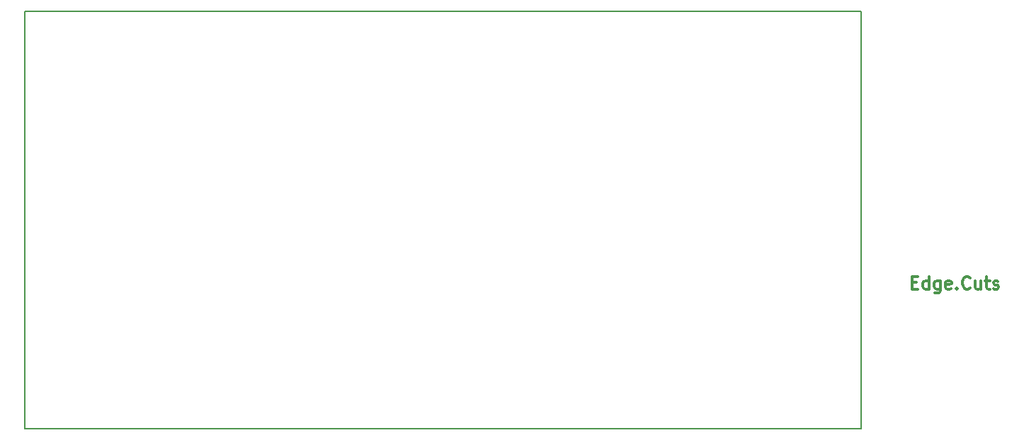
<source format=gbr>
G04 (created by PCBNEW (2013-07-07 BZR 4022)-stable) date 9/18/2013 12:17:53*
%MOIN*%
G04 Gerber Fmt 3.4, Leading zero omitted, Abs format*
%FSLAX34Y34*%
G01*
G70*
G90*
G04 APERTURE LIST*
%ADD10C,0.00590551*%
%ADD11C,0.011811*%
G04 APERTURE END LIST*
G54D10*
G54D11*
X46479Y-17508D02*
X46676Y-17508D01*
X46760Y-17817D02*
X46479Y-17817D01*
X46479Y-17227D01*
X46760Y-17227D01*
X47266Y-17817D02*
X47266Y-17227D01*
X47266Y-17789D02*
X47210Y-17817D01*
X47097Y-17817D01*
X47041Y-17789D01*
X47013Y-17761D01*
X46985Y-17705D01*
X46985Y-17536D01*
X47013Y-17480D01*
X47041Y-17452D01*
X47097Y-17424D01*
X47210Y-17424D01*
X47266Y-17452D01*
X47800Y-17424D02*
X47800Y-17902D01*
X47772Y-17958D01*
X47744Y-17986D01*
X47688Y-18014D01*
X47604Y-18014D01*
X47547Y-17986D01*
X47800Y-17789D02*
X47744Y-17817D01*
X47632Y-17817D01*
X47575Y-17789D01*
X47547Y-17761D01*
X47519Y-17705D01*
X47519Y-17536D01*
X47547Y-17480D01*
X47575Y-17452D01*
X47632Y-17424D01*
X47744Y-17424D01*
X47800Y-17452D01*
X48307Y-17789D02*
X48250Y-17817D01*
X48138Y-17817D01*
X48082Y-17789D01*
X48053Y-17733D01*
X48053Y-17508D01*
X48082Y-17452D01*
X48138Y-17424D01*
X48250Y-17424D01*
X48307Y-17452D01*
X48335Y-17508D01*
X48335Y-17564D01*
X48053Y-17620D01*
X48588Y-17761D02*
X48616Y-17789D01*
X48588Y-17817D01*
X48560Y-17789D01*
X48588Y-17761D01*
X48588Y-17817D01*
X49206Y-17761D02*
X49178Y-17789D01*
X49094Y-17817D01*
X49038Y-17817D01*
X48953Y-17789D01*
X48897Y-17733D01*
X48869Y-17677D01*
X48841Y-17564D01*
X48841Y-17480D01*
X48869Y-17367D01*
X48897Y-17311D01*
X48953Y-17255D01*
X49038Y-17227D01*
X49094Y-17227D01*
X49178Y-17255D01*
X49206Y-17283D01*
X49713Y-17424D02*
X49713Y-17817D01*
X49460Y-17424D02*
X49460Y-17733D01*
X49488Y-17789D01*
X49544Y-17817D01*
X49628Y-17817D01*
X49685Y-17789D01*
X49713Y-17761D01*
X49910Y-17424D02*
X50134Y-17424D01*
X49994Y-17227D02*
X49994Y-17733D01*
X50022Y-17789D01*
X50078Y-17817D01*
X50134Y-17817D01*
X50303Y-17789D02*
X50359Y-17817D01*
X50472Y-17817D01*
X50528Y-17789D01*
X50556Y-17733D01*
X50556Y-17705D01*
X50528Y-17649D01*
X50472Y-17620D01*
X50388Y-17620D01*
X50331Y-17592D01*
X50303Y-17536D01*
X50303Y-17508D01*
X50331Y-17452D01*
X50388Y-17424D01*
X50472Y-17424D01*
X50528Y-17452D01*
G54D10*
X4724Y-24409D02*
X4724Y-4724D01*
X44094Y-24409D02*
X4724Y-24409D01*
X44094Y-4724D02*
X44094Y-24409D01*
X4724Y-4724D02*
X44094Y-4724D01*
M02*

</source>
